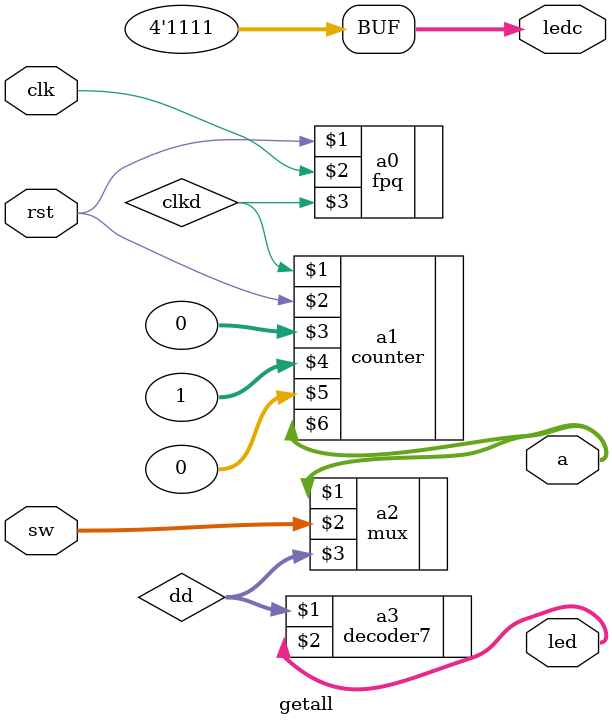
<source format=v>
`timescale 1ns / 1ps


module getall (
    input clk,
    input rst,
    input [15:0] sw,
    output [3:0] a,
    output [6:0] led,
    output reg [3:0] ledc
);
wire clkd;
wire [3:0] dd;
fpq a0(rst,clk,clkd);
counter a1(clkd,rst,0,1,0,a);
mux a2(a,sw,dd);
decoder7 a3(dd,led); 
always@(*)begin
ledc = 4'b1111;
end
endmodule
</source>
